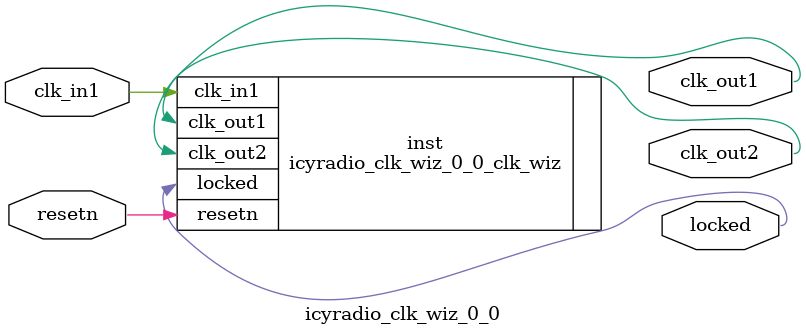
<source format=v>


`timescale 1ps/1ps

(* CORE_GENERATION_INFO = "icyradio_clk_wiz_0_0,clk_wiz_v6_0_13_0_0,{component_name=icyradio_clk_wiz_0_0,use_phase_alignment=false,use_min_o_jitter=true,use_max_i_jitter=false,use_dyn_phase_shift=false,use_inclk_switchover=false,use_dyn_reconfig=false,enable_axi=0,feedback_source=FDBK_AUTO,PRIMITIVE=MMCM,num_out_clk=2,clkin1_period=20.000,clkin2_period=10.0,use_power_down=false,use_reset=true,use_locked=true,use_inclk_stopped=false,feedback_type=SINGLE,CLOCK_MGR_TYPE=NA,manual_override=false}" *)

module icyradio_clk_wiz_0_0 
 (
  // Clock out ports
  output        clk_out1,
  output        clk_out2,
  // Status and control signals
  input         resetn,
  output        locked,
 // Clock in ports
  input         clk_in1
 );

  icyradio_clk_wiz_0_0_clk_wiz inst
  (
  // Clock out ports  
  .clk_out1(clk_out1),
  .clk_out2(clk_out2),
  // Status and control signals               
  .resetn(resetn), 
  .locked(locked),
 // Clock in ports
  .clk_in1(clk_in1)
  );

endmodule

</source>
